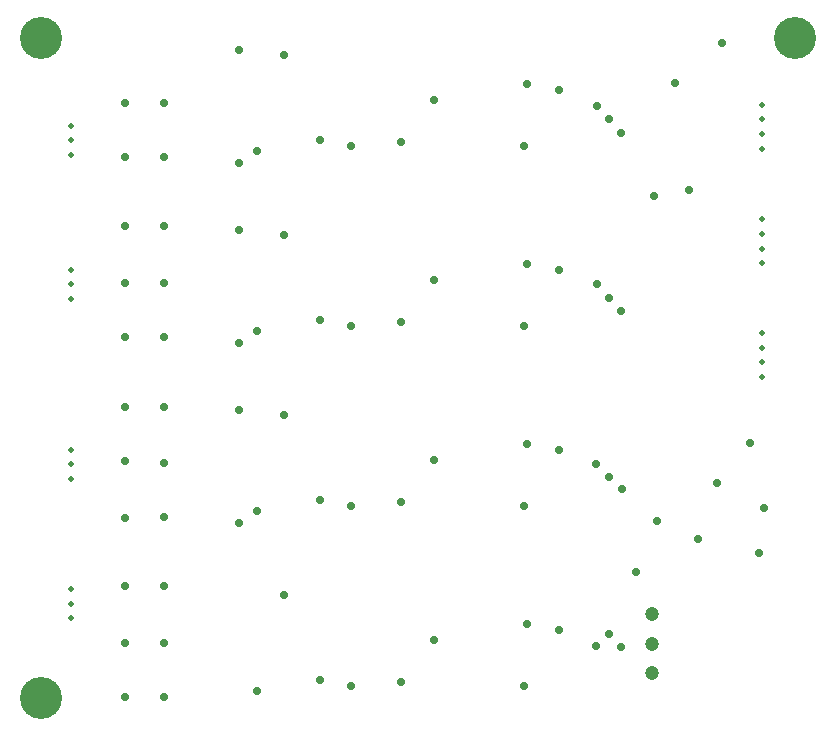
<source format=gbr>
%TF.GenerationSoftware,Altium Limited,Altium Designer,22.5.1 (42)*%
G04 Layer_Color=0*
%FSLAX45Y45*%
%MOMM*%
%TF.SameCoordinates,176CDB2E-7B72-45DB-8ACB-ACD3A9543041*%
%TF.FilePolarity,Positive*%
%TF.FileFunction,Plated,1,2,PTH,Drill*%
%TF.Part,Single*%
G01*
G75*
%TA.AperFunction,ComponentDrill*%
%ADD55C,0.50000*%
%ADD56C,1.20000*%
%TA.AperFunction,ViaDrill,NotFilled*%
%ADD57C,0.71120*%
%ADD58C,3.55600*%
D55*
X6426200Y4957000D02*
D03*
X571500Y4904200D02*
D03*
Y5029200D02*
D03*
Y5154200D02*
D03*
Y3935509D02*
D03*
Y3810509D02*
D03*
Y3685509D02*
D03*
Y2161509D02*
D03*
Y2286509D02*
D03*
Y2411509D02*
D03*
Y1231900D02*
D03*
Y1106900D02*
D03*
Y981900D02*
D03*
X6426200Y5332000D02*
D03*
Y5207000D02*
D03*
Y5082000D02*
D03*
Y3987800D02*
D03*
Y4112800D02*
D03*
Y4237800D02*
D03*
Y4362800D02*
D03*
Y3399600D02*
D03*
Y3274600D02*
D03*
Y3149600D02*
D03*
Y3024600D02*
D03*
D56*
X5492300Y1016000D02*
D03*
Y766000D02*
D03*
Y516000D02*
D03*
D57*
X5537200Y1803400D02*
D03*
X5232400Y736600D02*
D03*
X5359400Y1371600D02*
D03*
X5127194Y854050D02*
D03*
X5016500Y749300D02*
D03*
X6324600Y2463800D02*
D03*
X6400800Y1536700D02*
D03*
X6044081Y2132481D02*
D03*
X5239505Y2078296D02*
D03*
X5232400Y3581400D02*
D03*
X5511800Y4559300D02*
D03*
X5803900Y4610100D02*
D03*
X6083300Y5854700D02*
D03*
X5689600Y5511800D02*
D03*
X5880100Y1651000D02*
D03*
X6438900Y1917700D02*
D03*
X5029200Y5321300D02*
D03*
X5130800Y5207000D02*
D03*
X5232400Y5092700D02*
D03*
X5123589Y2179896D02*
D03*
X5015331Y2287162D02*
D03*
X5130800Y3695700D02*
D03*
X5029200Y3810000D02*
D03*
X1028700Y3365500D02*
D03*
Y4305300D02*
D03*
Y3822700D02*
D03*
X1358900Y3365500D02*
D03*
Y3822700D02*
D03*
Y4305300D02*
D03*
X1993900Y3314700D02*
D03*
Y4267200D02*
D03*
X2146300Y3416300D02*
D03*
X2374900Y4229100D02*
D03*
X2679700Y3505200D02*
D03*
X2946400Y3454400D02*
D03*
X3365500Y3492500D02*
D03*
X4406900Y3454400D02*
D03*
X3644900Y3848100D02*
D03*
X4434756Y3985877D02*
D03*
X4701893Y3929540D02*
D03*
X2146300Y368300D02*
D03*
X1993900Y1790700D02*
D03*
Y2743200D02*
D03*
Y5791200D02*
D03*
Y4838700D02*
D03*
X4701893Y881540D02*
D03*
X4706664Y2409022D02*
D03*
X4703020Y5452908D02*
D03*
X1028700Y774700D02*
D03*
Y1257300D02*
D03*
Y2311400D02*
D03*
Y2768600D02*
D03*
Y1828800D02*
D03*
Y317500D02*
D03*
Y4889500D02*
D03*
Y5346700D02*
D03*
X2946400Y406400D02*
D03*
X1358900Y1257300D02*
D03*
Y2768600D02*
D03*
Y317500D02*
D03*
X2679700Y457200D02*
D03*
X1358900Y774700D02*
D03*
X2374900Y1181100D02*
D03*
X3365500Y444500D02*
D03*
X3644900Y800100D02*
D03*
X4406900Y406400D02*
D03*
X4434756Y937877D02*
D03*
Y5509877D02*
D03*
X3644900Y5372100D02*
D03*
X1358900Y5346700D02*
D03*
X3365500Y5016500D02*
D03*
X2946400Y4978400D02*
D03*
X2374900Y5753100D02*
D03*
X4406900Y4978400D02*
D03*
X1358900Y4889500D02*
D03*
X2146300Y4940300D02*
D03*
X2679700Y5029200D02*
D03*
X2146300Y1892300D02*
D03*
X2374900Y2705100D02*
D03*
X4406900Y1930400D02*
D03*
X2946400D02*
D03*
X4434756Y2461877D02*
D03*
X1358900Y2298700D02*
D03*
Y1841500D02*
D03*
X2679700Y1981200D02*
D03*
X3365500Y1968500D02*
D03*
X3644900Y2324100D02*
D03*
D58*
X317500Y5892800D02*
D03*
Y304800D02*
D03*
X6705600Y5892800D02*
D03*
%TF.MD5,15ba3786fb04fb1a5c71696594394e5c*%
M02*

</source>
